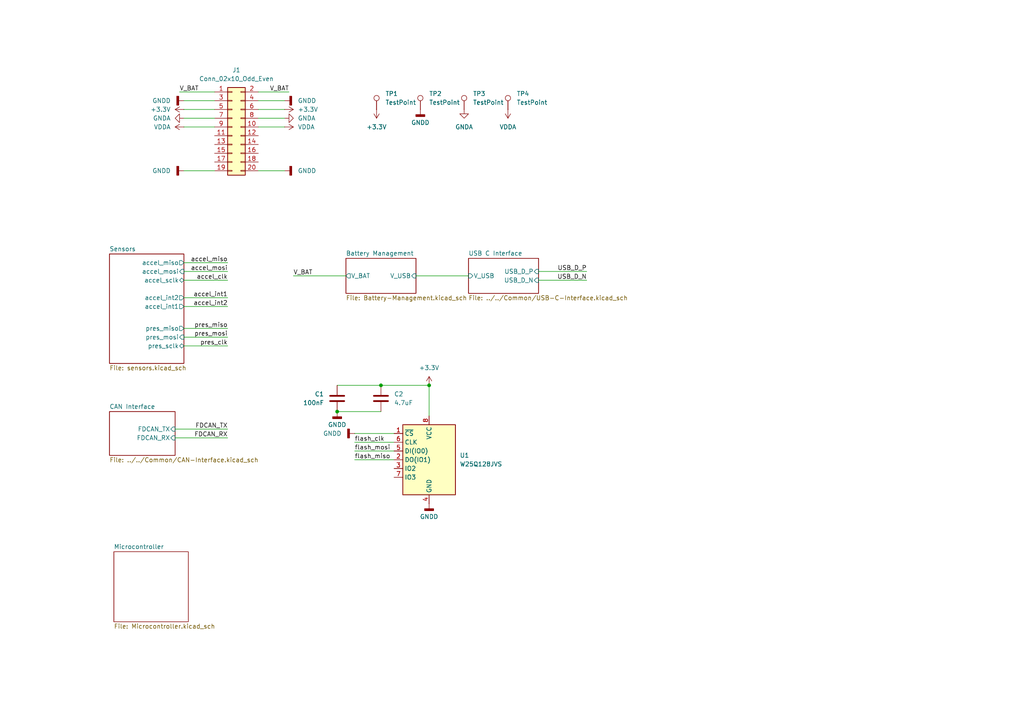
<source format=kicad_sch>
(kicad_sch (version 20231120) (generator "eeschema") (generator_version "8.0")
  (paper "A4")
  (title_block (title "SRAD Avionics") (rev "1") (company "Rowan Rocketry"))
  (lib_symbols
    (symbol "Connector:TestPoint" (pin_numbers hide) (pin_names (offset 0.762) hide)
      (property "Reference" "TP" (at 0 6.858 0))
      (property "Value" "TestPoint" (at 0 5.08 0))
      (symbol "TestPoint_0_1"
        (circle (center 0 3.302) (radius 0.762))
      )
      (symbol "TestPoint_1_1"
        (pin passive line (at 0 0 90) (length 2.54) (name "1") (number "1"))
      )
    )
    (symbol "Connector_Generic:Conn_02x10_Odd_Even" (pin_names (offset 1.016) hide)
      (property "Reference" "J" (at 1.27 12.7 0))
      (property "Value" "Conn_02x10_Odd_Even" (at 1.27 -15.24 0))
      (symbol "Conn_02x10_Odd_Even_1_1"
        (rectangle (start -1.27 -12.573) (end 0 -12.827) (stroke (width 0.1524)))
        (rectangle (start -1.27 -10.033) (end 0 -10.287) (stroke (width 0.1524)))
        (rectangle (start -1.27 -7.493) (end 0 -7.747) (stroke (width 0.1524)))
        (rectangle (start -1.27 -4.953) (end 0 -5.207) (stroke (width 0.1524)))
        (rectangle (start -1.27 -2.413) (end 0 -2.667) (stroke (width 0.1524)))
        (rectangle (start -1.27 0.127) (end 0 -0.127) (stroke (width 0.1524)))
        (rectangle (start -1.27 2.667) (end 0 2.413) (stroke (width 0.1524)))
        (rectangle (start -1.27 5.207) (end 0 4.953) (stroke (width 0.1524)))
        (rectangle (start -1.27 7.747) (end 0 7.493) (stroke (width 0.1524)))
        (rectangle (start -1.27 10.287) (end 0 10.033) (stroke (width 0.1524)))
        (rectangle (start -1.27 11.43) (end 3.81 -13.97) (stroke (width 0.254)) (fill (type background)))
        (rectangle (start 3.81 -12.573) (end 2.54 -12.827) (stroke (width 0.1524)))
        (rectangle (start 3.81 -10.033) (end 2.54 -10.287) (stroke (width 0.1524)))
        (rectangle (start 3.81 -7.493) (end 2.54 -7.747) (stroke (width 0.1524)))
        (rectangle (start 3.81 -4.953) (end 2.54 -5.207) (stroke (width 0.1524)))
        (rectangle (start 3.81 -2.413) (end 2.54 -2.667) (stroke (width 0.1524)))
        (rectangle (start 3.81 0.127) (end 2.54 -0.127) (stroke (width 0.1524)))
        (rectangle (start 3.81 2.667) (end 2.54 2.413) (stroke (width 0.1524)))
        (rectangle (start 3.81 5.207) (end 2.54 4.953) (stroke (width 0.1524)))
        (rectangle (start 3.81 7.747) (end 2.54 7.493) (stroke (width 0.1524)))
        (rectangle (start 3.81 10.287) (end 2.54 10.033) (stroke (width 0.1524)))
        (pin passive line (at -5.08 10.16 0) (length 3.81) (name "Pin_1") (number "1"))
        (pin passive line (at 7.62 0 180) (length 3.81) (name "Pin_10") (number "10"))
        (pin passive line (at -5.08 -2.54 0) (length 3.81) (name "Pin_11") (number "11"))
        (pin passive line (at 7.62 -2.54 180) (length 3.81) (name "Pin_12") (number "12"))
        (pin passive line (at -5.08 -5.08 0) (length 3.81) (name "Pin_13") (number "13"))
        (pin passive line (at 7.62 -5.08 180) (length 3.81) (name "Pin_14") (number "14"))
        (pin passive line (at -5.08 -7.62 0) (length 3.81) (name "Pin_15") (number "15"))
        (pin passive line (at 7.62 -7.62 180) (length 3.81) (name "Pin_16") (number "16"))
        (pin passive line (at -5.08 -10.16 0) (length 3.81) (name "Pin_17") (number "17"))
        (pin passive line (at 7.62 -10.16 180) (length 3.81) (name "Pin_18") (number "18"))
        (pin passive line (at -5.08 -12.7 0) (length 3.81) (name "Pin_19") (number "19"))
        (pin passive line (at 7.62 10.16 180) (length 3.81) (name "Pin_2") (number "2"))
        (pin passive line (at 7.62 -12.7 180) (length 3.81) (name "Pin_20") (number "20"))
        (pin passive line (at -5.08 7.62 0) (length 3.81) (name "Pin_3") (number "3"))
        (pin passive line (at 7.62 7.62 180) (length 3.81) (name "Pin_4") (number "4"))
        (pin passive line (at -5.08 5.08 0) (length 3.81) (name "Pin_5") (number "5"))
        (pin passive line (at 7.62 5.08 180) (length 3.81) (name "Pin_6") (number "6"))
        (pin passive line (at -5.08 2.54 0) (length 3.81) (name "Pin_7") (number "7"))
        (pin passive line (at 7.62 2.54 180) (length 3.81) (name "Pin_8") (number "8"))
        (pin passive line (at -5.08 0 0) (length 3.81) (name "Pin_9") (number "9"))
      )
    )
    (symbol "Device:C" (pin_numbers hide) (pin_names (offset 0.254))
      (property "Reference" "C" (at 0.635 2.54 0))
      (property "Value" "C" (at 0.635 -2.54 0))
      (symbol "C_0_1"
        (polyline (pts (xy -2.032 -0.762) (xy 2.032 -0.762)) (stroke (width 0.508)))
        (polyline (pts (xy -2.032 0.762) (xy 2.032 0.762)) (stroke (width 0.508)))
      )
      (symbol "C_1_1"
        (pin passive line (at 0 3.81 270) (length 2.794) (name "~") (number "1"))
        (pin passive line (at 0 -3.81 90) (length 2.794) (name "~") (number "2"))
      )
    )
    (symbol "Memory_Flash:W25Q128JVS"
      (property "Reference" "U" (at -8.89 8.89 0))
      (property "Value" "W25Q128JVS" (at 7.62 8.89 0))
      (symbol "W25Q128JVS_0_1"
        (rectangle (start -7.62 10.16) (end 7.62 -10.16) (stroke (width 0.254)) (fill (type background)))
      )
      (symbol "W25Q128JVS_1_1"
        (pin input line (at -10.16 7.62 0) (length 2.54) (name "~{CS}") (number "1"))
        (pin bidirectional line (at -10.16 0 0) (length 2.54) (name "DO(IO1)") (number "2"))
        (pin bidirectional line (at -10.16 -2.54 0) (length 2.54) (name "IO2") (number "3"))
        (pin power_in line (at 0 -12.7 90) (length 2.54) (name "GND") (number "4"))
        (pin bidirectional line (at -10.16 2.54 0) (length 2.54) (name "DI(IO0)") (number "5"))
        (pin input line (at -10.16 5.08 0) (length 2.54) (name "CLK") (number "6"))
        (pin bidirectional line (at -10.16 -5.08 0) (length 2.54) (name "IO3") (number "7"))
        (pin power_in line (at 0 12.7 270) (length 2.54) (name "VCC") (number "8"))
      )
    )
    (symbol "power:+3.3V" (power) (pin_numbers hide) (pin_names (offset 0) hide)
      (property "Value" "+3.3V" (at 0 3.556 0))
      (symbol "+3.3V_0_1"
        (polyline (pts (xy -0.762 1.27) (xy 0 2.54)))
        (polyline (pts (xy 0 0) (xy 0 2.54)))
        (polyline (pts (xy 0 2.54) (xy 0.762 1.27)))
      )
      (symbol "+3.3V_1_1"
        (pin power_in line (at 0 0 90) (length 0) (name "~") (number "1"))
      )
    )
    (symbol "power:GNDA" (power) (pin_numbers hide) (pin_names (offset 0) hide)
      (property "Value" "GNDA" (at 0 -3.81 0))
      (symbol "GNDA_0_1"
        (polyline (pts (xy 0 0) (xy 0 -1.27) (xy 1.27 -1.27) (xy 0 -2.54) (xy -1.27 -1.27) (xy 0 -1.27)))
      )
      (symbol "GNDA_1_1"
        (pin power_in line (at 0 0 270) (length 0) (name "~") (number "1"))
      )
    )
    (symbol "power:GNDD" (power) (pin_numbers hide) (pin_names (offset 0) hide)
      (property "Value" "GNDD" (at 0 -3.175 0))
      (symbol "GNDD_0_1"
        (rectangle (start -1.27 -1.524) (end 1.27 -2.032) (stroke (width 0.254)) (fill (type outline)))
        (polyline (pts (xy 0 0) (xy 0 -1.524)))
      )
      (symbol "GNDD_1_1"
        (pin power_in line (at 0 0 270) (length 0) (name "~") (number "1"))
      )
    )
    (symbol "power:VDDA" (power) (pin_numbers hide) (pin_names (offset 0) hide)
      (property "Value" "VDDA" (at 0 3.556 0))
      (symbol "VDDA_0_1"
        (polyline (pts (xy -0.762 1.27) (xy 0 2.54)))
        (polyline (pts (xy 0 0) (xy 0 2.54)))
        (polyline (pts (xy 0 2.54) (xy 0.762 1.27)))
      )
      (symbol "VDDA_1_1"
        (pin power_in line (at 0 0 90) (length 0) (name "~") (number "1"))
      )
    )
  )
  (junction (at 124.46 111.76))
  (junction (at 110.49 111.76))
  (junction (at 97.79 119.38))
  (wire (pts (xy 85.09 80.01) (xy 100.33 80.01)))
  (wire (pts (xy 82.55 29.21) (xy 74.93 29.21)))
  (wire (pts (xy 53.34 29.21) (xy 62.23 29.21)))
  (wire (pts (xy 53.34 34.29) (xy 62.23 34.29)))
  (wire (pts (xy 97.79 119.38) (xy 110.49 119.38)))
  (wire (pts (xy 82.55 31.75) (xy 74.93 31.75)))
  (wire (pts (xy 53.34 95.25) (xy 66.04 95.25)))
  (wire (pts (xy 83.82 26.67) (xy 74.93 26.67)))
  (wire (pts (xy 120.65 80.01) (xy 135.89 80.01)))
  (wire (pts (xy 170.18 78.74) (xy 156.21 78.74)))
  (wire (pts (xy 82.55 34.29) (xy 74.93 34.29)))
  (wire (pts (xy 102.87 128.27) (xy 114.3 128.27)))
  (wire (pts (xy 102.87 130.81) (xy 114.3 130.81)))
  (wire (pts (xy 53.34 86.36) (xy 66.04 86.36)))
  (wire (pts (xy 124.46 111.76) (xy 124.46 120.65)))
  (wire (pts (xy 102.87 133.35) (xy 114.3 133.35)))
  (wire (pts (xy 66.04 127) (xy 50.8 127)))
  (wire (pts (xy 53.34 31.75) (xy 62.23 31.75)))
  (wire (pts (xy 53.34 76.2) (xy 66.04 76.2)))
  (wire (pts (xy 53.34 49.53) (xy 62.23 49.53)))
  (wire (pts (xy 97.79 111.76) (xy 110.49 111.76)))
  (wire (pts (xy 53.34 100.33) (xy 66.04 100.33)))
  (wire (pts (xy 52.07 26.67) (xy 62.23 26.67)))
  (wire (pts (xy 110.49 111.76) (xy 124.46 111.76)))
  (wire (pts (xy 53.34 88.9) (xy 66.04 88.9)))
  (wire (pts (xy 53.34 78.74) (xy 66.04 78.74)))
  (wire (pts (xy 53.34 81.28) (xy 66.04 81.28)))
  (wire (pts (xy 66.04 124.46) (xy 50.8 124.46)))
  (wire (pts (xy 170.18 81.28) (xy 156.21 81.28)))
  (wire (pts (xy 82.55 49.53) (xy 74.93 49.53)))
  (wire (pts (xy 102.87 125.73) (xy 114.3 125.73)))
  (wire (pts (xy 53.34 97.79) (xy 66.04 97.79)))
  (wire (pts (xy 82.55 36.83) (xy 74.93 36.83)))
  (wire (pts (xy 53.34 36.83) (xy 62.23 36.83)))
  (label "pres_mosi" (at 66.04 97.79 180))
  (label "flash_clk" (at 102.87 128.27 0))
  (label "accel_int2" (at 66.04 88.9 180))
  (label "accel_clk" (at 66.04 81.28 180))
  (label "FDCAN_RX" (at 66.04 127 180))
  (label "V_BAT" (at 83.82 26.67 180))
  (label "accel_mosi" (at 66.04 78.74 180))
  (label "USB_D_P" (at 170.18 78.74 180))
  (label "pres_clk" (at 66.04 100.33 180))
  (label "pres_miso" (at 66.04 95.25 180))
  (label "V_BAT" (at 52.07 26.67 0))
  (label "accel_int1" (at 66.04 86.36 180))
  (label "V_BAT" (at 85.09 80.01 0))
  (label "flash_mosi" (at 102.87 130.81 0))
  (label "FDCAN_TX" (at 66.04 124.46 180))
  (label "flash_miso" (at 102.87 133.35 0))
  (label "accel_miso" (at 66.04 76.2 180))
  (label "USB_D_N" (at 170.18 81.28 180))
  (symbol (lib_id "power:VDDA") (at 82.55 36.83 270) (unit 1)
    (property "Reference" "#PWR033" (effects (hide yes)))
    (property "Value" "VDDA" (at 86.36 36.8299 90) (effects (justify left)))
    (property "Description" "Power symbol creates a global label with name \"VDDA\"" (effects (hide yes)))
  )
  (symbol (lib_id "power:GNDA") (at 134.62 31.75 0) (unit 1)
    (property "Reference" "#PWR09" (effects (hide yes)))
    (property "Value" "GNDA" (at 134.62 36.83 0))
    (property "Description" "Power symbol creates a global label with name \"GNDA\" , analog ground" (effects (hide yes)))
  )
  (symbol (lib_id "Connector:TestPoint") (at 109.22 31.75 0) (unit 1)
    (property "Reference" "TP1" (at 111.76 27.1779 0) (effects (justify left)))
    (property "Value" "TestPoint" (at 111.76 29.7179 0) (effects (justify left)))
    (property "Footprint" "TestPoint:TestPoint_Loop_D2.60mm_Drill1.6mm_Beaded" (effects (hide yes)))
    (property "Description" "test point" (effects (hide yes)))
  )
  (symbol (lib_id "power:VDDA") (at 53.34 36.83 90) (unit 1)
    (property "Reference" "#PWR055" (effects (hide yes)))
    (property "Value" "VDDA" (at 49.53 36.8299 90) (effects (justify left)))
    (property "Description" "Power symbol creates a global label with name \"VDDA\"" (effects (hide yes)))
  )
  (symbol (lib_id "Connector:TestPoint") (at 121.92 31.75 0) (unit 1)
    (property "Reference" "TP2" (at 124.46 27.1779 0) (effects (justify left)))
    (property "Value" "TestPoint" (at 124.46 29.7179 0) (effects (justify left)))
    (property "Footprint" "TestPoint:TestPoint_Loop_D2.60mm_Drill1.6mm_Beaded" (effects (hide yes)))
    (property "Description" "test point" (effects (hide yes)))
  )
  (symbol (lib_id "power:+3.3V") (at 124.46 111.76 0) (unit 1)
    (property "Reference" "#PWR07" (effects (hide yes)))
    (property "Value" "+3.3V" (at 124.46 106.68 0))
    (property "Description" "Power symbol creates a global label with name \"+3.3V\"" (effects (hide yes)))
  )
  (symbol (lib_id "power:VDDA") (at 147.32 31.75 180) (unit 1)
    (property "Reference" "#PWR010" (effects (hide yes)))
    (property "Value" "VDDA" (at 147.32 36.83 0))
    (property "Description" "Power symbol creates a global label with name \"VDDA\"" (effects (hide yes)))
  )
  (symbol (lib_id "power:+3.3V") (at 109.22 31.75 180) (unit 1)
    (property "Reference" "#PWR04" (effects (hide yes)))
    (property "Value" "+3.3V" (at 109.22 36.83 0))
    (property "Description" "Power symbol creates a global label with name \"+3.3V\"" (effects (hide yes)))
  )
  (symbol (lib_id "power:GNDD") (at 53.34 49.53 270) (unit 1)
    (property "Reference" "#PWR057" (effects (hide yes)))
    (property "Value" "GNDD" (at 49.53 49.5299 90) (effects (justify right)))
    (property "Description" "Power symbol creates a global label with name \"GNDD\" , digital ground" (effects (hide yes)))
  )
  (symbol (lib_id "power:GNDD") (at 53.34 29.21 270) (unit 1)
    (property "Reference" "#PWR02" (effects (hide yes)))
    (property "Value" "GNDD" (at 49.53 29.2099 90) (effects (justify right)))
    (property "Description" "Power symbol creates a global label with name \"GNDD\" , digital ground" (effects (hide yes)))
  )
  (symbol (lib_id "power:GNDD") (at 82.55 49.53 90) (unit 1)
    (property "Reference" "#PWR056" (effects (hide yes)))
    (property "Value" "GNDD" (at 86.36 49.5299 90) (effects (justify right)))
    (property "Description" "Power symbol creates a global label with name \"GNDD\" , digital ground" (effects (hide yes)))
  )
  (symbol (lib_id "Device:C") (at 110.49 115.57 0) (unit 1)
    (property "Reference" "C2" (at 114.3 114.2999 0) (effects (justify left)))
    (property "Value" "4.7uF" (at 114.3 116.8399 0) (effects (justify left)))
    (property "Footprint" "Capacitor_SMD:C_0603_1608Metric_Pad1.08x0.95mm_HandSolder" (effects (hide yes)))
    (property "Description" "Unpolarized capacitor" (effects (hide yes)))
  )
  (symbol (lib_id "power:GNDA") (at 82.55 34.29 90) (unit 1)
    (property "Reference" "#PWR030" (effects (hide yes)))
    (property "Value" "GNDA" (at 86.36 34.2899 90) (effects (justify right)))
    (property "Description" "Power symbol creates a global label with name \"GNDA\" , analog ground" (effects (hide yes)))
  )
  (symbol (lib_id "power:GNDD") (at 82.55 29.21 90) (unit 1)
    (property "Reference" "#PWR01" (effects (hide yes)))
    (property "Value" "GNDD" (at 86.36 29.2099 90) (effects (justify right)))
    (property "Description" "Power symbol creates a global label with name \"GNDD\" , digital ground" (effects (hide yes)))
  )
  (symbol (lib_id "power:+3.3V") (at 53.34 31.75 90) (unit 1)
    (property "Reference" "#PWR028" (effects (hide yes)))
    (property "Value" "+3.3V" (at 49.53 31.7499 90) (effects (justify left)))
    (property "Description" "Power symbol creates a global label with name \"+3.3V\"" (effects (hide yes)))
  )
  (symbol (lib_id "Connector:TestPoint") (at 134.62 31.75 0) (unit 1)
    (property "Reference" "TP3" (at 137.16 27.1779 0) (effects (justify left)))
    (property "Value" "TestPoint" (at 137.16 29.7179 0) (effects (justify left)))
    (property "Footprint" "TestPoint:TestPoint_Loop_D2.60mm_Drill1.6mm_Beaded" (effects (hide yes)))
    (property "Description" "test point" (effects (hide yes)))
  )
  (symbol (lib_id "power:GNDD") (at 124.46 146.05 0) (unit 1)
    (property "Reference" "#PWR08" (effects (hide yes)))
    (property "Value" "GNDD" (at 124.46 149.86 0))
    (property "Description" "Power symbol creates a global label with name \"GNDD\" , digital ground" (effects (hide yes)))
  )
  (symbol (lib_id "power:GNDA") (at 53.34 34.29 270) (unit 1)
    (property "Reference" "#PWR032" (effects (hide yes)))
    (property "Value" "GNDA" (at 49.53 34.2899 90) (effects (justify right)))
    (property "Description" "Power symbol creates a global label with name \"GNDA\" , analog ground" (effects (hide yes)))
  )
  (symbol (lib_id "power:GNDD") (at 121.92 31.75 0) (unit 1)
    (property "Reference" "#PWR06" (effects (hide yes)))
    (property "Value" "GNDD" (at 121.92 35.56 0))
    (property "Description" "Power symbol creates a global label with name \"GNDD\" , digital ground" (effects (hide yes)))
  )
  (symbol (lib_id "Connector:TestPoint") (at 147.32 31.75 0) (unit 1)
    (property "Reference" "TP4" (at 149.86 27.1779 0) (effects (justify left)))
    (property "Value" "TestPoint" (at 149.86 29.7179 0) (effects (justify left)))
    (property "Footprint" "TestPoint:TestPoint_Loop_D2.60mm_Drill1.6mm_Beaded" (effects (hide yes)))
    (property "Description" "test point" (effects (hide yes)))
  )
  (symbol (lib_id "power:+3.3V") (at 82.55 31.75 270) (unit 1)
    (property "Reference" "#PWR027" (effects (hide yes)))
    (property "Value" "+3.3V" (at 86.36 31.7499 90) (effects (justify left)))
    (property "Description" "Power symbol creates a global label with name \"+3.3V\"" (effects (hide yes)))
  )
  (symbol (lib_id "Memory_Flash:W25Q128JVS") (at 124.46 133.35 0) (unit 1)
    (property "Reference" "U1" (at 133.35 132.0799 0) (effects (justify left)))
    (property "Value" "W25Q128JVS" (at 133.35 134.6199 0) (effects (justify left)))
    (property "Footprint" "Package_SO:SOIC-8_5.23x5.23mm_P1.27mm" (effects (hide yes)))
    (property "Datasheet" "http://www.winbond.com/resource-files/w25q128jv_dtr%20revc%2003272018%20plus.pdf" (effects (hide yes)))
    (property "Description" "128Mb Serial Flash Memory, Standard/Dual/Quad SPI, SOIC-8" (effects (hide yes)))
  )
  (symbol (lib_id "power:GNDD") (at 97.79 119.38 0) (unit 1)
    (property "Reference" "#PWR03" (effects (hide yes)))
    (property "Value" "GNDD" (at 97.79 123.19 0))
    (property "Description" "Power symbol creates a global label with name \"GNDD\" , digital ground" (effects (hide yes)))
  )
  (symbol (lib_id "power:GNDD") (at 102.87 125.73 270) (unit 1)
    (property "Reference" "#PWR05" (effects (hide yes)))
    (property "Value" "GNDD" (at 99.06 125.7299 90) (effects (justify right)))
    (property "Description" "Power symbol creates a global label with name \"GNDD\" , digital ground" (effects (hide yes)))
  )
  (symbol (lib_id "Device:C") (at 97.79 115.57 0) (mirror y) (unit 1)
    (property "Reference" "C1" (at 93.98 114.2999 0) (effects (justify left)))
    (property "Value" "100nF" (at 93.98 116.8399 0) (effects (justify left)))
    (property "Footprint" "Capacitor_SMD:C_0603_1608Metric_Pad1.08x0.95mm_HandSolder" (effects (hide yes)))
    (property "Description" "Unpolarized capacitor" (effects (hide yes)))
  )
  (symbol (lib_id "Connector_Generic:Conn_02x10_Odd_Even") (at 67.31 36.83 0) (unit 1)
    (property "Reference" "J1" (at 68.58 20.32 0))
    (property "Value" "Conn_02x10_Odd_Even" (at 68.58 22.86 0))
    (property "Footprint" "Connector_PinSocket_2.54mm:PinSocket_2x10_P2.54mm_Vertical" (effects (hide yes)))
    (property "Description" "Generic connector, double row, 02x10, odd/even pin numbering scheme (row 1 odd numbers, row 2 even numbers), script generated (kicad-library-utils/schlib/autogen/connector/)" (effects (hide yes)))
  )
  (sheet (at 31.75 73.66) (size 21.59 31.75) (stroke (width 0.1524))
    (property "Sheetname" "Sensors" (at 31.75 72.9484 0) (effects (justify left bottom)))
    (property "Sheetfile" "sensors.kicad_sch" (at 31.75 105.9946 0) (effects (justify left top)))
    (pin "accel_miso" output (at 53.34 76.2 0))
    (pin "accel_sclk" bidirectional (at 53.34 81.28 0))
    (pin "accel_mosi" input (at 53.34 78.74 0))
    (pin "accel_int2" output (at 53.34 86.36 0))
    (pin "accel_int1" output (at 53.34 88.9 0))
    (pin "pres_miso" output (at 53.34 95.25 0))
    (pin "pres_sclk" bidirectional (at 53.34 100.33 0))
    (pin "pres_mosi" input (at 53.34 97.79 0))
  )
  (sheet (at 31.75 119.38) (size 19.05 12.7) (stroke (width 0.1524))
    (property "Sheetname" "CAN Interface" (at 31.75 118.6684 0) (effects (justify left bottom)))
    (property "Sheetfile" "../../Common/CAN-Interface.kicad_sch" (at 31.75 132.6646 0) (effects (justify left top)))
    (pin "FDCAN_RX" input (at 50.8 127 0))
    (pin "FDCAN_TX" input (at 50.8 124.46 0))
  )
  (sheet (at 135.89 74.93) (size 20.32 10.16) (stroke (width 0.1524))
    (property "Sheetname" "USB C Interface" (at 135.89 74.2184 0) (effects (justify left bottom)))
    (property "Sheetfile" "../../Common/USB-C-Interface.kicad_sch" (at 135.89 85.6746 0) (effects (justify left top)))
    (pin "V_USB" input (at 135.89 80.01 180))
    (pin "USB_D_P" input (at 156.21 78.74 0))
    (pin "USB_D_N" input (at 156.21 81.28 0))
  )
  (sheet (at 100.33 74.93) (size 20.32 10.16) (stroke (width 0.1524))
    (property "Sheetname" "Battery Management" (at 100.33 74.2184 0) (effects (justify left bottom)))
    (property "Sheetfile" "Battery-Management.kicad_sch" (at 100.33 85.6746 0) (effects (justify left top)))
    (pin "V_USB" input (at 120.65 80.01 0))
    (pin "V_BAT" output (at 100.33 80.01 180))
  )
  (sheet (at 33.02 160.02) (size 21.59 20.32) (stroke (width 0.1524))
    (property "Sheetname" "Microcontroller" (at 33.02 159.3084 0) (effects (justify left bottom)))
    (property "Sheetfile" "Microcontroller.kicad_sch" (at 33.02 180.9246 0) (effects (justify left top)))
  )
)
</source>
